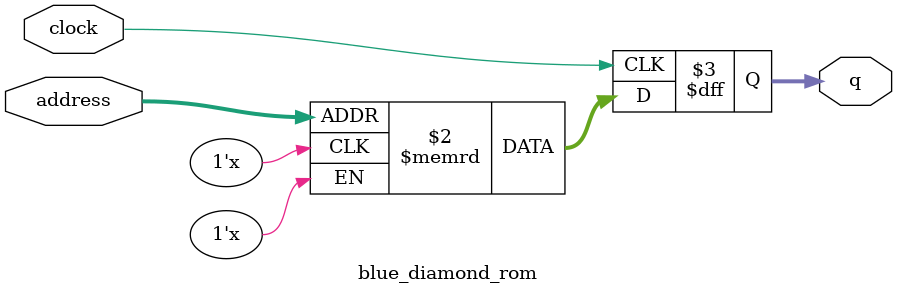
<source format=sv>
module blue_diamond_rom (
	input logic clock,
	input logic [8:0] address,
	output logic [2:0] q
);

logic [2:0] memory [0:399] /* synthesis ram_init_file = "./blue_diamond/blue_diamond.COE" */;

always_ff @ (posedge clock) begin
	q <= memory[address];
end

endmodule

</source>
